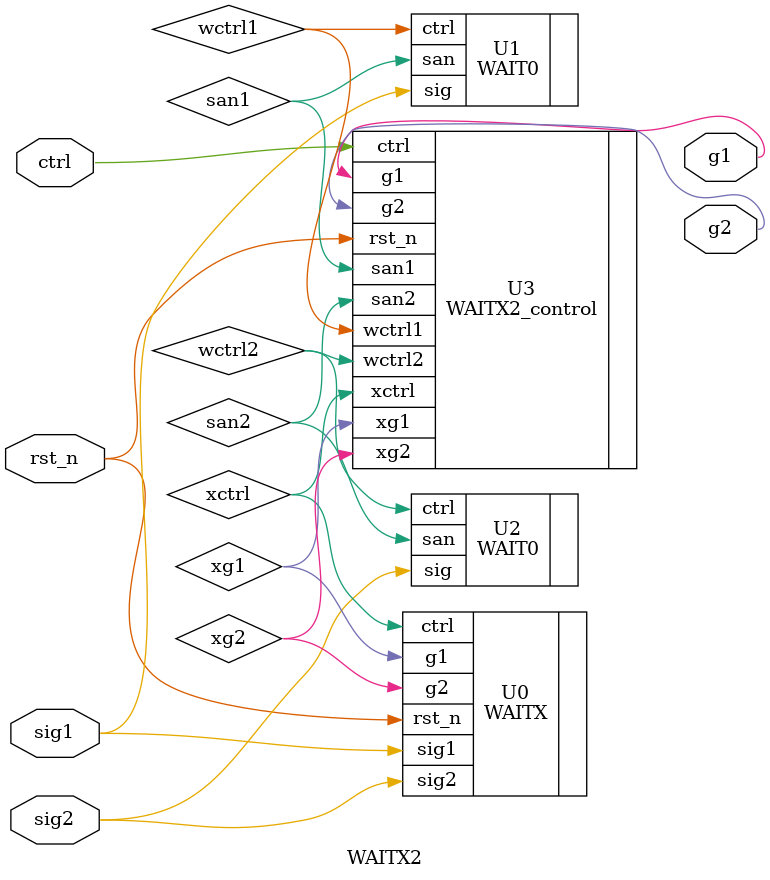
<source format=v>
module WAITX2 (
    input sig1,
    input sig2,
    input ctrl,
    input rst_n,
    output g1,
    output g2
);

    wire xctrl;

    wire wctrl1;
    wire wctrl2;

    wire xg1;
    wire xg2;

    wire san1;
    wire san2;

    WAITX U0 (
        .sig1(sig1),
        .sig2(sig2),
        .ctrl(xctrl),
        .rst_n(rst_n),
        .g1(xg1),
        .g2(xg2)
    );

    WAIT0 U1 (
        .sig(sig1),
        .ctrl(wctrl1),
        .san(san1)
    );

    WAIT0 U2 (
        .sig(sig2),
        .ctrl(wctrl2),
        .san(san2)
    );

    WAITX2_control U3 (
        .xg1(xg1), 
        .xg2(xg2), 
        .ctrl(ctrl), 
        .san1(san1), 
        .san2(san2), 
        .rst_n(rst_n), 
        .g1(g1), 
        .g2(g2), 
        .xctrl(xctrl), 
        .wctrl1(wctrl1), 
        .wctrl2(wctrl2)
    );

endmodule
</source>
